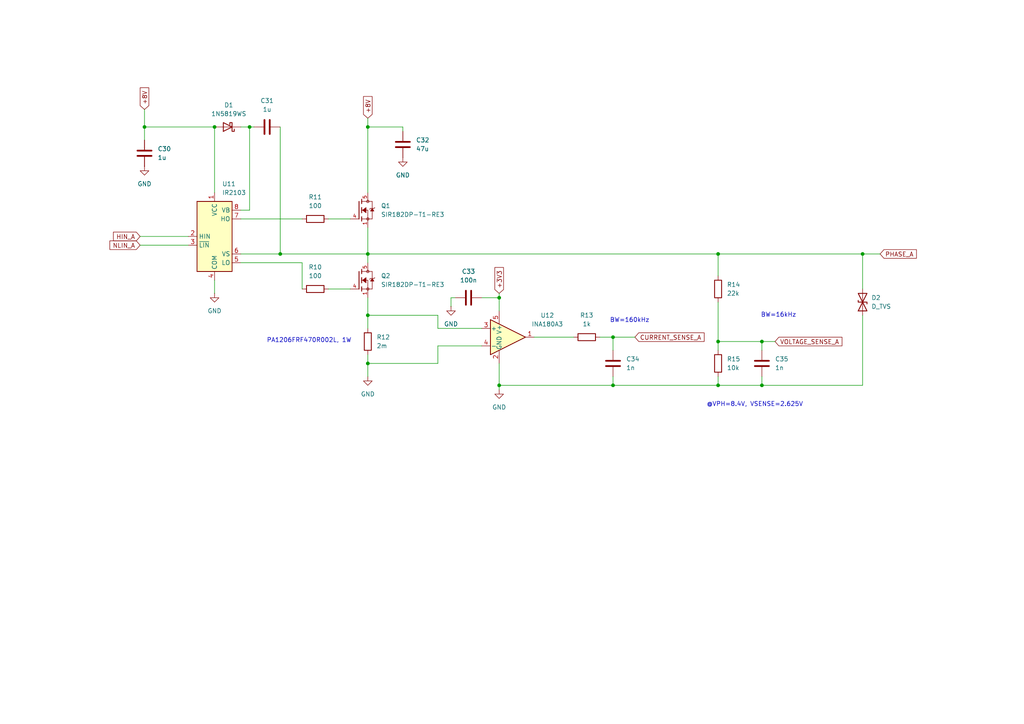
<source format=kicad_sch>
(kicad_sch (version 20231120) (generator "eeschema") (generator_version "8.0")
  (paper "A4")
  (title_block (title "Active Drag System") (company "Rocketry at Virginia Tech"))
  (lib_symbols
    (symbol "Amplifier_Current:INA180A3" (pin_names (offset 0.127))
      (property "Reference" "U" (at 3.81 3.81 0))
      (property "Value" "INA180A3" (at 3.81 -2.54 0))
      (symbol "INA180A3_0_1"
        (polyline (pts (xy 5.08 0) (xy -5.08 5.08) (xy -5.08 -5.08) (xy 5.08 0)) (stroke (width 0.254)) (fill (type background)))
      )
      (symbol "INA180A3_1_1"
        (pin output line (at 7.62 0 180) (length 2.54) (name "~") (number "1"))
        (pin power_in line (at -2.54 -7.62 90) (length 3.81) (name "GND") (number "2"))
        (pin input line (at -7.62 2.54 0) (length 2.54) (name "+") (number "3"))
        (pin input line (at -7.62 -2.54 0) (length 2.54) (name "-") (number "4"))
        (pin power_in line (at -2.54 7.62 270) (length 3.81) (name "V+") (number "5"))
      )
    )
    (symbol "Device:C" (pin_numbers hide) (pin_names (offset 0.254))
      (property "Reference" "C" (at 0.635 2.54 0))
      (property "Value" "C" (at 0.635 -2.54 0))
      (symbol "C_0_1"
        (polyline (pts (xy -2.032 -0.762) (xy 2.032 -0.762)) (stroke (width 0.508)))
        (polyline (pts (xy -2.032 0.762) (xy 2.032 0.762)) (stroke (width 0.508)))
      )
      (symbol "C_1_1"
        (pin passive line (at 0 3.81 270) (length 2.794) (name "~") (number "1"))
        (pin passive line (at 0 -3.81 90) (length 2.794) (name "~") (number "2"))
      )
    )
    (symbol "Device:D_TVS" (pin_numbers hide) (pin_names (offset 1.016) hide)
      (property "Reference" "D" (at 0 2.54 0))
      (property "Value" "D_TVS" (at 0 -2.54 0))
      (symbol "D_TVS_0_1"
        (polyline (pts (xy 1.27 0) (xy -1.27 0)))
        (polyline (pts (xy 0.508 1.27) (xy 0 1.27) (xy 0 -1.27) (xy -0.508 -1.27)) (stroke (width 0.254)))
        (polyline (pts (xy -2.54 1.27) (xy -2.54 -1.27) (xy 2.54 1.27) (xy 2.54 -1.27) (xy -2.54 1.27)) (stroke (width 0.254)))
      )
      (symbol "D_TVS_1_1"
        (pin passive line (at -3.81 0 0) (length 2.54) (name "A1") (number "1"))
        (pin passive line (at 3.81 0 180) (length 2.54) (name "A2") (number "2"))
      )
    )
    (symbol "Device:R" (pin_numbers hide) (pin_names (offset 0))
      (property "Reference" "R" (at 2.032 0 90))
      (property "Value" "R" (at 0 0 90))
      (symbol "R_0_1"
        (rectangle (start -1.016 -2.54) (end 1.016 2.54) (stroke (width 0.254)))
      )
      (symbol "R_1_1"
        (pin passive line (at 0 3.81 270) (length 1.27) (name "~") (number "1"))
        (pin passive line (at 0 -3.81 90) (length 1.27) (name "~") (number "2"))
      )
    )
    (symbol "Diode:1N5819WS" (pin_numbers hide) (pin_names (offset 1.016) hide)
      (property "Reference" "D" (at 0 2.54 0))
      (property "Value" "1N5819WS" (at 0 -2.54 0))
      (symbol "1N5819WS_0_1"
        (polyline (pts (xy 1.27 0) (xy -1.27 0)))
        (polyline (pts (xy 1.27 1.27) (xy 1.27 -1.27) (xy -1.27 0) (xy 1.27 1.27)) (stroke (width 0.254)))
        (polyline (pts (xy -1.905 0.635) (xy -1.905 1.27) (xy -1.27 1.27) (xy -1.27 -1.27) (xy -0.635 -1.27) (xy -0.635 -0.635)) (stroke (width 0.254)))
      )
      (symbol "1N5819WS_1_1"
        (pin passive line (at -3.81 0 0) (length 2.54) (name "K") (number "1"))
        (pin passive line (at 3.81 0 180) (length 2.54) (name "A") (number "2"))
      )
    )
    (symbol "Driver_FET:IR2103"
      (property "Reference" "U" (at 1.27 13.335 0))
      (property "Value" "IR2103" (at 1.27 11.43 0))
      (symbol "IR2103_0_1"
        (rectangle (start -5.08 -10.16) (end 5.08 10.16) (stroke (width 0.254)) (fill (type background)))
      )
      (symbol "IR2103_1_1"
        (pin power_in line (at 0 12.7 270) (length 2.54) (name "VCC") (number "1"))
        (pin input line (at -7.62 0 0) (length 2.54) (name "HIN") (number "2"))
        (pin input line (at -7.62 -2.54 0) (length 2.54) (name "~{LIN}") (number "3"))
        (pin power_in line (at 0 -12.7 90) (length 2.54) (name "COM") (number "4"))
        (pin output line (at 7.62 -7.62 180) (length 2.54) (name "LO") (number "5"))
        (pin passive line (at 7.62 -5.08 180) (length 2.54) (name "VS") (number "6"))
        (pin output line (at 7.62 5.08 180) (length 2.54) (name "HO") (number "7"))
        (pin passive line (at 7.62 7.62 180) (length 2.54) (name "VB") (number "8"))
      )
    )
    (symbol "SIR182DP-T1-RE3:SIR182DP-T1-RE3" (pin_names (offset 1.016))
      (property "Reference" "Q" (at -8.89 2.54 0))
      (property "Value" "SIR182DP-T1-RE3" (at -8.89 -7.62 0))
      (symbol "SIR182DP-T1-RE3_0_0"
        (polyline (pts (xy 0 2.54) (xy 0 -2.54)) (stroke (width 0.254)))
        (polyline (pts (xy 0.762 -2.54) (xy 0.762 -3.175)) (stroke (width 0.254)))
        (polyline (pts (xy 0.762 -1.905) (xy 0.762 -2.54)) (stroke (width 0.254)))
        (polyline (pts (xy 0.762 0) (xy 0.762 -0.762)) (stroke (width 0.254)))
        (polyline (pts (xy 0.762 0) (xy 2.54 0)) (stroke (width 0.1524)))
        (polyline (pts (xy 0.762 0.762) (xy 0.762 0)) (stroke (width 0.254)))
        (polyline (pts (xy 0.762 2.54) (xy 0.762 1.905)) (stroke (width 0.254)))
        (polyline (pts (xy 0.762 2.54) (xy 3.81 2.54)) (stroke (width 0.1524)))
        (polyline (pts (xy 0.762 3.175) (xy 0.762 2.54)) (stroke (width 0.254)))
        (polyline (pts (xy 2.54 -2.54) (xy 0.762 -2.54)) (stroke (width 0.1524)))
        (polyline (pts (xy 2.54 -2.54) (xy 3.81 -2.54)) (stroke (width 0.1524)))
        (polyline (pts (xy 2.54 0) (xy 2.54 -2.54)) (stroke (width 0.1524)))
        (polyline (pts (xy 3.302 0.508) (xy 3.048 0.254)) (stroke (width 0.1524)))
        (polyline (pts (xy 3.81 0.508) (xy 3.302 0.508)) (stroke (width 0.1524)))
        (polyline (pts (xy 3.81 0.508) (xy 3.81 -2.54)) (stroke (width 0.1524)))
        (polyline (pts (xy 3.81 2.54) (xy 3.81 0.508)) (stroke (width 0.1524)))
        (polyline (pts (xy 4.318 0.508) (xy 3.81 0.508)) (stroke (width 0.1524)))
        (polyline (pts (xy 4.572 0.762) (xy 4.318 0.508)) (stroke (width 0.1524)))
        (polyline (pts (xy 1.016 0) (xy 2.032 0.762) (xy 2.032 -0.762) (xy 1.016 0)) (stroke (width 0.1524)) (fill (type outline)))
        (polyline (pts (xy 3.81 0.508) (xy 3.302 -0.254) (xy 4.318 -0.254) (xy 3.81 0.508)) (stroke (width 0.1524)) (fill (type outline)))
        (circle (center 2.54 -2.54) (radius 0.3592))
        (circle (center 2.54 2.54) (radius 0.3592))
        (pin passive line (at 2.54 -5.08 90) (length 2.54) (name "~") (number "1"))
        (pin passive line (at -2.54 -2.54 0) (length 2.54) (name "~") (number "4"))
        (pin passive line (at 2.54 5.08 270) (length 2.54) (name "~") (number "5"))
      )
    )
    (symbol "power:GND" (power) (pin_numbers hide) (pin_names (offset 0) hide)
      (property "Value" "GND" (at 0 -3.81 0))
      (symbol "GND_0_1"
        (polyline (pts (xy 0 0) (xy 0 -1.27) (xy 1.27 -1.27) (xy 0 -2.54) (xy -1.27 -1.27) (xy 0 -1.27)))
      )
      (symbol "GND_1_1"
        (pin power_in line (at 0 0 270) (length 0) (name "~") (number "1"))
      )
    )
  )
  (junction (at 106.68 73.66))
  (junction (at 62.23 36.83))
  (junction (at 177.8 97.79))
  (junction (at 220.98 99.06))
  (junction (at 177.8 111.76))
  (junction (at 81.28 73.66))
  (junction (at 208.28 99.06))
  (junction (at 106.68 91.44))
  (junction (at 72.39 36.83))
  (junction (at 220.98 111.76))
  (junction (at 41.91 36.83))
  (junction (at 250.19 73.66))
  (junction (at 208.28 73.66))
  (junction (at 144.78 86.36))
  (junction (at 144.78 111.76))
  (junction (at 208.28 111.76))
  (junction (at 106.68 36.83))
  (junction (at 106.68 105.41))
  (wire (pts (xy 62.23 81.28) (xy 62.23 85.09)))
  (wire (pts (xy 144.78 111.76) (xy 177.8 111.76)))
  (wire (pts (xy 41.91 31.75) (xy 41.91 36.83)))
  (wire (pts (xy 220.98 101.6) (xy 220.98 99.06)))
  (wire (pts (xy 208.28 99.06) (xy 208.28 101.6)))
  (wire (pts (xy 106.68 105.41) (xy 106.68 109.22)))
  (wire (pts (xy 62.23 36.83) (xy 62.23 55.88)))
  (wire (pts (xy 208.28 109.22) (xy 208.28 111.76)))
  (wire (pts (xy 72.39 36.83) (xy 72.39 60.96)))
  (wire (pts (xy 220.98 99.06) (xy 208.28 99.06)))
  (wire (pts (xy 144.78 111.76) (xy 144.78 113.03)))
  (wire (pts (xy 208.28 87.63) (xy 208.28 99.06)))
  (wire (pts (xy 220.98 109.22) (xy 220.98 111.76)))
  (wire (pts (xy 40.64 68.58) (xy 54.61 68.58)))
  (wire (pts (xy 106.68 73.66) (xy 208.28 73.66)))
  (wire (pts (xy 177.8 97.79) (xy 184.15 97.79)))
  (wire (pts (xy 69.85 76.2) (xy 87.63 76.2)))
  (wire (pts (xy 69.85 60.96) (xy 72.39 60.96)))
  (wire (pts (xy 106.68 91.44) (xy 106.68 95.25)))
  (wire (pts (xy 250.19 83.82) (xy 250.19 73.66)))
  (wire (pts (xy 87.63 76.2) (xy 87.63 83.82)))
  (wire (pts (xy 72.39 36.83) (xy 73.66 36.83)))
  (wire (pts (xy 106.68 105.41) (xy 127 105.41)))
  (wire (pts (xy 116.84 36.83) (xy 116.84 38.1)))
  (wire (pts (xy 139.7 100.33) (xy 127 100.33)))
  (wire (pts (xy 177.8 109.22) (xy 177.8 111.76)))
  (wire (pts (xy 208.28 80.01) (xy 208.28 73.66)))
  (wire (pts (xy 41.91 40.64) (xy 41.91 36.83)))
  (wire (pts (xy 250.19 111.76) (xy 220.98 111.76)))
  (wire (pts (xy 95.25 83.82) (xy 101.6 83.82)))
  (wire (pts (xy 132.08 86.36) (xy 130.81 86.36)))
  (wire (pts (xy 106.68 102.87) (xy 106.68 105.41)))
  (wire (pts (xy 208.28 111.76) (xy 220.98 111.76)))
  (wire (pts (xy 127 95.25) (xy 127 91.44)))
  (wire (pts (xy 220.98 99.06) (xy 224.79 99.06)))
  (wire (pts (xy 106.68 34.29) (xy 106.68 36.83)))
  (wire (pts (xy 144.78 105.41) (xy 144.78 111.76)))
  (wire (pts (xy 177.8 97.79) (xy 177.8 101.6)))
  (wire (pts (xy 69.85 63.5) (xy 87.63 63.5)))
  (wire (pts (xy 40.64 71.12) (xy 54.61 71.12)))
  (wire (pts (xy 173.99 97.79) (xy 177.8 97.79)))
  (wire (pts (xy 41.91 36.83) (xy 62.23 36.83)))
  (wire (pts (xy 154.94 97.79) (xy 166.37 97.79)))
  (wire (pts (xy 106.68 86.36) (xy 106.68 91.44)))
  (wire (pts (xy 95.25 63.5) (xy 101.6 63.5)))
  (wire (pts (xy 139.7 86.36) (xy 144.78 86.36)))
  (wire (pts (xy 106.68 36.83) (xy 106.68 55.88)))
  (wire (pts (xy 144.78 86.36) (xy 144.78 90.17)))
  (wire (pts (xy 144.78 85.09) (xy 144.78 86.36)))
  (wire (pts (xy 106.68 66.04) (xy 106.68 73.66)))
  (wire (pts (xy 106.68 73.66) (xy 106.68 76.2)))
  (wire (pts (xy 250.19 73.66) (xy 255.27 73.66)))
  (wire (pts (xy 139.7 95.25) (xy 127 95.25)))
  (wire (pts (xy 250.19 91.44) (xy 250.19 111.76)))
  (wire (pts (xy 69.85 73.66) (xy 81.28 73.66)))
  (wire (pts (xy 69.85 36.83) (xy 72.39 36.83)))
  (wire (pts (xy 250.19 73.66) (xy 208.28 73.66)))
  (wire (pts (xy 81.28 73.66) (xy 106.68 73.66)))
  (wire (pts (xy 130.81 86.36) (xy 130.81 88.9)))
  (wire (pts (xy 127 100.33) (xy 127 105.41)))
  (wire (pts (xy 208.28 111.76) (xy 177.8 111.76)))
  (wire (pts (xy 106.68 36.83) (xy 116.84 36.83)))
  (wire (pts (xy 106.68 91.44) (xy 127 91.44)))
  (wire (pts (xy 81.28 36.83) (xy 81.28 73.66)))
  (text "PA1206FRF470R002L, 1W" (at 89.662 98.806 0) (effects (font (size 1.27 1.27))))
  (text "BW=16kHz" (at 225.806 91.44 0) (effects (font (size 1.27 1.27))))
  (text "BW=160kHz" (at 182.626 92.964 0) (effects (font (size 1.27 1.27))))
  (text "@VPH=8.4V, VSENSE=2.625V" (at 218.948 117.348 0) (effects (font (size 1.27 1.27))))
  (global_label "+8V" (shape input) (at 106.68 34.29 90) (property "Intersheetrefs" "${INTERSHEET_REFS}" (effects (hide yes))))
  (global_label "PHASE_A" (shape input) (at 255.27 73.66 0) (property "Intersheetrefs" "${INTERSHEET_REFS}" (effects (hide yes))))
  (global_label "CURRENT_SENSE_A" (shape input) (at 184.15 97.79 0) (property "Intersheetrefs" "${INTERSHEET_REFS}" (effects (hide yes))))
  (global_label "VOLTAGE_SENSE_A" (shape input) (at 224.79 99.06 0) (property "Intersheetrefs" "${INTERSHEET_REFS}" (effects (hide yes))))
  (global_label "+8V" (shape input) (at 41.91 31.75 90) (property "Intersheetrefs" "${INTERSHEET_REFS}" (effects (hide yes))))
  (global_label "NLIN_A" (shape input) (at 40.64 71.12 180) (property "Intersheetrefs" "${INTERSHEET_REFS}" (effects (hide yes))))
  (global_label "+3V3" (shape input) (at 144.78 85.09 90) (property "Intersheetrefs" "${INTERSHEET_REFS}" (effects (hide yes))))
  (global_label "HIN_A" (shape input) (at 40.64 68.58 180) (property "Intersheetrefs" "${INTERSHEET_REFS}" (effects (hide yes))))
  (symbol (lib_id "Device:R") (at 91.44 63.5 270) (unit 1)
    (property "Reference" "R11" (at 91.44 57.15 90))
    (property "Value" "100" (at 91.44 59.69 90))
    (property "Description" "Resistor" (effects (hide yes)))
  )
  (symbol (lib_id "Device:C") (at 77.47 36.83 270) (unit 1)
    (property "Reference" "C31" (at 77.47 29.21 90))
    (property "Value" "1u" (at 77.47 31.75 90))
    (property "Description" "Unpolarized capacitor" (effects (hide yes)))
  )
  (symbol (lib_id "power:GND") (at 144.78 113.03 0) (unit 1)
    (property "Reference" "#PWR054" (effects (hide yes)))
    (property "Value" "GND" (at 144.78 118.11 0))
    (property "Description" "Power symbol creates a global label with name \"GND\" , ground" (effects (hide yes)))
  )
  (symbol (lib_id "Device:C") (at 135.89 86.36 270) (unit 1)
    (property "Reference" "C33" (at 135.89 78.74 90))
    (property "Value" "100n" (at 135.89 81.28 90))
    (property "Description" "Unpolarized capacitor" (effects (hide yes)))
  )
  (symbol (lib_id "SIR182DP-T1-RE3:SIR182DP-T1-RE3") (at 104.14 81.28 0) (unit 1)
    (property "Reference" "Q2" (at 110.49 80.0099 0) (effects (justify left)))
    (property "Value" "SIR182DP-T1-RE3" (at 110.49 82.5499 0) (effects (justify left)))
    (property "Footprint" "SIR182DP-T1-RE3:TRANS_SIR182DP-T1-RE3" (effects (hide yes)))
    (property "PARTREV" "B" (effects (hide yes)))
    (property "MF" "Vishay" (effects (hide yes)))
    (property "STANDARD" "Manufacturer Recommendations" (effects (hide yes)))
  )
  (symbol (lib_id "SIR182DP-T1-RE3:SIR182DP-T1-RE3") (at 104.14 60.96 0) (unit 1)
    (property "Reference" "Q1" (at 110.49 59.6899 0) (effects (justify left)))
    (property "Value" "SIR182DP-T1-RE3" (at 110.49 62.2299 0) (effects (justify left)))
    (property "Footprint" "SIR182DP-T1-RE3:TRANS_SIR182DP-T1-RE3" (effects (hide yes)))
    (property "PARTREV" "B" (effects (hide yes)))
    (property "MF" "Vishay" (effects (hide yes)))
    (property "STANDARD" "Manufacturer Recommendations" (effects (hide yes)))
  )
  (symbol (lib_id "Device:C") (at 177.8 105.41 0) (unit 1)
    (property "Reference" "C34" (at 181.61 104.1399 0) (effects (justify left)))
    (property "Value" "1n" (at 181.61 106.6799 0) (effects (justify left)))
    (property "Description" "Unpolarized capacitor" (effects (hide yes)))
  )
  (symbol (lib_id "power:GND") (at 116.84 45.72 0) (unit 1)
    (property "Reference" "#PWR051" (effects (hide yes)))
    (property "Value" "GND" (at 116.84 50.8 0))
    (property "Description" "Power symbol creates a global label with name \"GND\" , ground" (effects (hide yes)))
  )
  (symbol (lib_id "power:GND") (at 41.91 48.26 0) (unit 1)
    (property "Reference" "#PWR050" (effects (hide yes)))
    (property "Value" "GND" (at 41.91 53.34 0))
    (property "Description" "Power symbol creates a global label with name \"GND\" , ground" (effects (hide yes)))
  )
  (symbol (lib_id "Device:R") (at 106.68 99.06 0) (unit 1)
    (property "Reference" "R12" (at 109.22 97.7899 0) (effects (justify left)))
    (property "Value" "2m" (at 109.22 100.3299 0) (effects (justify left)))
    (property "Description" "Resistor" (effects (hide yes)))
  )
  (symbol (lib_id "Device:R") (at 170.18 97.79 270) (unit 1)
    (property "Reference" "R13" (at 170.18 91.44 90))
    (property "Value" "1k" (at 170.18 93.98 90))
    (property "Description" "Resistor" (effects (hide yes)))
  )
  (symbol (lib_id "Diode:1N5819WS") (at 66.04 36.83 180) (unit 1)
    (property "Reference" "D1" (at 66.3575 30.48 0))
    (property "Value" "1N5819WS" (at 66.3575 33.02 0))
    (property "Footprint" "Diode_SMD:D_SOD-323" (effects (hide yes)))
    (property "Datasheet" "https://datasheet.lcsc.com/lcsc/2204281430_Guangdong-Hottech-1N5819WS_C191023.pdf" (effects (hide yes)))
    (property "Description" "40V 600mV@1A 1A SOD-323 Schottky Barrier Diodes, SOD-323" (effects (hide yes)))
  )
  (symbol (lib_id "Device:C") (at 41.91 44.45 0) (unit 1)
    (property "Reference" "C30" (at 45.72 43.1799 0) (effects (justify left)))
    (property "Value" "1u" (at 45.72 45.7199 0) (effects (justify left)))
    (property "Description" "Unpolarized capacitor" (effects (hide yes)))
  )
  (symbol (lib_id "Device:C") (at 116.84 41.91 0) (unit 1)
    (property "Reference" "C32" (at 120.65 40.6399 0) (effects (justify left)))
    (property "Value" "47u" (at 120.65 43.1799 0) (effects (justify left)))
    (property "Description" "Unpolarized capacitor" (effects (hide yes)))
  )
  (symbol (lib_id "Device:C") (at 220.98 105.41 0) (unit 1)
    (property "Reference" "C35" (at 224.79 104.1399 0) (effects (justify left)))
    (property "Value" "1n" (at 224.79 106.6799 0) (effects (justify left)))
    (property "Description" "Unpolarized capacitor" (effects (hide yes)))
  )
  (symbol (lib_id "Device:R") (at 91.44 83.82 270) (unit 1)
    (property "Reference" "R10" (at 91.44 77.47 90))
    (property "Value" "100" (at 91.44 80.01 90))
    (property "Description" "Resistor" (effects (hide yes)))
  )
  (symbol (lib_id "power:GND") (at 130.81 88.9 0) (unit 1)
    (property "Reference" "#PWR053" (effects (hide yes)))
    (property "Value" "GND" (at 130.81 93.98 0))
    (property "Description" "Power symbol creates a global label with name \"GND\" , ground" (effects (hide yes)))
  )
  (symbol (lib_id "Driver_FET:IR2103") (at 62.23 68.58 0) (unit 1)
    (property "Reference" "U11" (at 64.4241 53.34 0) (effects (justify left)))
    (property "Value" "IR2103" (at 64.4241 55.88 0) (effects (justify left)))
    (property "Datasheet" "https://www.infineon.com/dgdl/ir2103.pdf?fileId=5546d462533600a4015355c7b54b166f" (effects (hide yes)))
    (property "Description" "Half-Bridge Driver, 600V, 210/360mA, PDIP-8/SOIC-8" (effects (hide yes)))
  )
  (symbol (lib_id "Device:D_TVS") (at 250.19 87.63 90) (unit 1)
    (property "Reference" "D2" (at 252.73 86.3599 90) (effects (justify right)))
    (property "Value" "D_TVS" (at 252.73 88.8999 90) (effects (justify right)))
    (property "Description" "Bidirectional transient-voltage-suppression diode" (effects (hide yes)))
  )
  (symbol (lib_id "Amplifier_Current:INA180A3") (at 147.32 97.79 0) (unit 1)
    (property "Reference" "U12" (at 158.75 91.4714 0))
    (property "Value" "INA180A3" (at 158.75 94.0114 0))
    (property "Footprint" "Package_TO_SOT_SMD:SOT-23-5" (effects (hide yes)))
    (property "Datasheet" "http://www.ti.com/lit/ds/symlink/ina180.pdf" (effects (hide yes)))
    (property "Description" "Current Sense Amplifier, 1 Circuit, Rail-to-Rail, 26V, Gain 100 V/V, SOT-23-5" (effects (hide yes)))
  )
  (symbol (lib_id "Device:R") (at 208.28 105.41 0) (unit 1)
    (property "Reference" "R15" (at 210.82 104.1399 0) (effects (justify left)))
    (property "Value" "10k" (at 210.82 106.6799 0) (effects (justify left)))
    (property "Description" "Resistor" (effects (hide yes)))
  )
  (symbol (lib_id "Device:R") (at 208.28 83.82 0) (unit 1)
    (property "Reference" "R14" (at 210.82 82.5499 0) (effects (justify left)))
    (property "Value" "22k" (at 210.82 85.0899 0) (effects (justify left)))
    (property "Description" "Resistor" (effects (hide yes)))
  )
  (symbol (lib_id "power:GND") (at 106.68 109.22 0) (unit 1)
    (property "Reference" "#PWR052" (effects (hide yes)))
    (property "Value" "GND" (at 106.68 114.3 0))
    (property "Description" "Power symbol creates a global label with name \"GND\" , ground" (effects (hide yes)))
  )
  (symbol (lib_id "power:GND") (at 62.23 85.09 0) (unit 1)
    (property "Reference" "#PWR049" (effects (hide yes)))
    (property "Value" "GND" (at 62.23 90.17 0))
    (property "Description" "Power symbol creates a global label with name \"GND\" , ground" (effects (hide yes)))
  )
)
</source>
